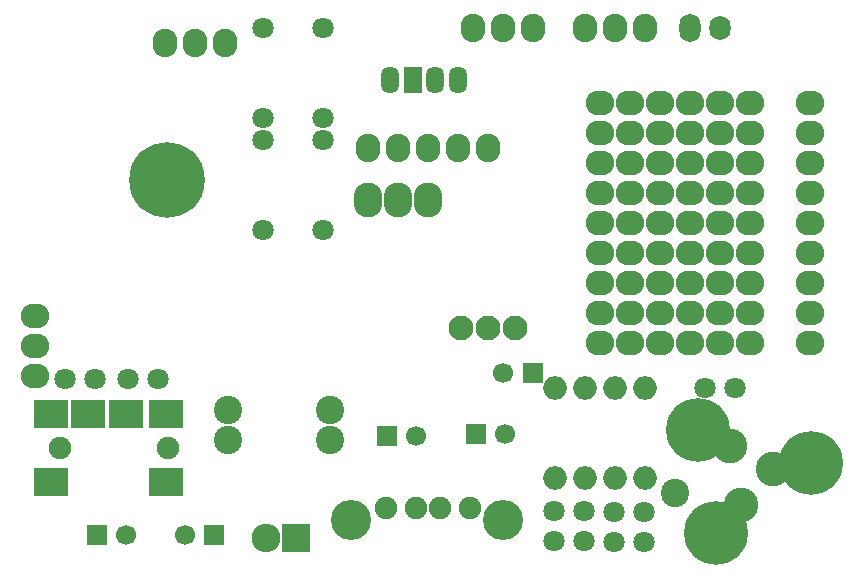
<source format=gbr>
G04 #@! TF.FileFunction,Soldermask,Bot*
%FSLAX46Y46*%
G04 Gerber Fmt 4.6, Leading zero omitted, Abs format (unit mm)*
G04 Created by KiCad (PCBNEW 4.0.2+dfsg1-stable) date 2016年08月04日 20時34分36秒*
%MOMM*%
G01*
G04 APERTURE LIST*
%ADD10C,0.100000*%
%ADD11C,6.400000*%
%ADD12C,1.901140*%
%ADD13O,3.400000X3.400000*%
%ADD14C,2.099260*%
%ADD15C,1.700000*%
%ADD16R,1.700000X1.700000*%
%ADD17O,2.432000X2.940000*%
%ADD18C,5.400000*%
%ADD19C,2.940000*%
%ADD20O,2.000000X2.000000*%
%ADD21O,1.517600X2.305000*%
%ADD22R,1.517600X2.305000*%
%ADD23O,2.100000X2.400000*%
%ADD24O,2.400000X2.100000*%
%ADD25C,2.398980*%
%ADD26O,1.800000X2.400000*%
%ADD27O,1.800000X2.100000*%
%ADD28C,2.400000*%
%ADD29R,2.900000X2.400000*%
%ADD30C,1.900000*%
%ADD31C,1.797000*%
%ADD32R,2.432000X2.432000*%
%ADD33O,2.432000X2.432000*%
G04 APERTURE END LIST*
D10*
D11*
X150660000Y-104310000D03*
D12*
X176276860Y-132077880D03*
X173736860Y-132077880D03*
X171704860Y-132077880D03*
X169164860Y-132077880D03*
D13*
X179064000Y-133110000D03*
X166264000Y-133110000D03*
D14*
X177800000Y-116840000D03*
X180091080Y-116840000D03*
X175508920Y-116840000D03*
D15*
X179284000Y-125857000D03*
D16*
X176784000Y-125857000D03*
D17*
X167640000Y-106045000D03*
X170180000Y-106045000D03*
X172720000Y-106045000D03*
D18*
X195622399Y-125469729D03*
X197166131Y-134224670D03*
X205149206Y-128303467D03*
D19*
X198352522Y-126844655D03*
X199234655Y-131847478D03*
X201920353Y-128794733D03*
D20*
X183515000Y-129540000D03*
X186055000Y-129540000D03*
X188595000Y-129540000D03*
X191135000Y-129540000D03*
X191135000Y-121920000D03*
X188595000Y-121920000D03*
X186055000Y-121920000D03*
X183515000Y-121920000D03*
D21*
X169545000Y-95885000D03*
D22*
X171450000Y-95885000D03*
D21*
X173355000Y-95885000D03*
X175260000Y-95885000D03*
D23*
X155575000Y-92710000D03*
X153035000Y-92710000D03*
X150495000Y-92710000D03*
D24*
X139446000Y-115824000D03*
X139446000Y-118364000D03*
X139446000Y-120904000D03*
D23*
X167640000Y-101600000D03*
X172720000Y-101600000D03*
X170180000Y-101600000D03*
X175260000Y-101600000D03*
X177800000Y-101600000D03*
D25*
X193675000Y-130810000D03*
D23*
X186055000Y-91440000D03*
X188595000Y-91440000D03*
X191135000Y-91440000D03*
X176530000Y-91440000D03*
X179070000Y-91440000D03*
X181610000Y-91440000D03*
D26*
X194945000Y-91440000D03*
D27*
X197485000Y-91440000D03*
D28*
X155829000Y-123825000D03*
X164465000Y-123825000D03*
D29*
X150565000Y-129900000D03*
X140865000Y-129900000D03*
X147165000Y-124100000D03*
X150565000Y-124100000D03*
X140865000Y-124100000D03*
D30*
X141565000Y-127000000D03*
X150765000Y-127000000D03*
D29*
X143965000Y-124100000D03*
D31*
X144526000Y-121158000D03*
X141986000Y-121158000D03*
X149860000Y-121158000D03*
X147320000Y-121158000D03*
X183388000Y-134874000D03*
X183388000Y-132334000D03*
X185928000Y-134874000D03*
X185928000Y-132334000D03*
X188468000Y-135001000D03*
X188468000Y-132461000D03*
X191008000Y-135001000D03*
X191008000Y-132461000D03*
X196215000Y-121920000D03*
X198755000Y-121920000D03*
D28*
X155829000Y-126365000D03*
X164465000Y-126365000D03*
D31*
X163830000Y-108585000D03*
X158750000Y-108585000D03*
X163830000Y-100965000D03*
X158750000Y-100965000D03*
D16*
X144693000Y-134366000D03*
D15*
X147193000Y-134366000D03*
X152146000Y-134366000D03*
D16*
X154646000Y-134366000D03*
D24*
X205105000Y-118110000D03*
X205105000Y-107950000D03*
X205105000Y-110490000D03*
X205105000Y-115570000D03*
X205105000Y-113030000D03*
X205105000Y-102870000D03*
X205105000Y-105410000D03*
X205105000Y-100330000D03*
X205105000Y-97790000D03*
D16*
X181610000Y-120650000D03*
D15*
X179110000Y-120650000D03*
D24*
X197485000Y-118110000D03*
X197485000Y-107950000D03*
X197485000Y-110490000D03*
X197485000Y-115570000D03*
X197485000Y-113030000D03*
X197485000Y-102870000D03*
X197485000Y-105410000D03*
X197485000Y-100330000D03*
X197485000Y-97790000D03*
X192405000Y-118110000D03*
X192405000Y-107950000D03*
X192405000Y-110490000D03*
X192405000Y-115570000D03*
X192405000Y-113030000D03*
X192405000Y-102870000D03*
X192405000Y-105410000D03*
X192405000Y-100330000D03*
X192405000Y-97790000D03*
X194945000Y-118110000D03*
X194945000Y-107950000D03*
X194945000Y-110490000D03*
X194945000Y-115570000D03*
X194945000Y-113030000D03*
X194945000Y-102870000D03*
X194945000Y-105410000D03*
X194945000Y-100330000D03*
X194945000Y-97790000D03*
X200025000Y-118110000D03*
X200025000Y-107950000D03*
X200025000Y-110490000D03*
X200025000Y-115570000D03*
X200025000Y-113030000D03*
X200025000Y-102870000D03*
X200025000Y-105410000D03*
X200025000Y-100330000D03*
X200025000Y-97790000D03*
X187325000Y-118110000D03*
X187325000Y-107950000D03*
X187325000Y-110490000D03*
X187325000Y-115570000D03*
X187325000Y-113030000D03*
X187325000Y-102870000D03*
X187325000Y-105410000D03*
X187325000Y-100330000D03*
X187325000Y-97790000D03*
X189865000Y-118110000D03*
X189865000Y-107950000D03*
X189865000Y-110490000D03*
X189865000Y-115570000D03*
X189865000Y-113030000D03*
X189865000Y-102870000D03*
X189865000Y-105410000D03*
X189865000Y-100330000D03*
X189865000Y-97790000D03*
D32*
X161544000Y-134620000D03*
D33*
X159004000Y-134620000D03*
D31*
X158750000Y-91440000D03*
X163830000Y-91440000D03*
X158750000Y-99060000D03*
X163830000Y-99060000D03*
D15*
X171767500Y-125984000D03*
D16*
X169267500Y-125984000D03*
M02*

</source>
